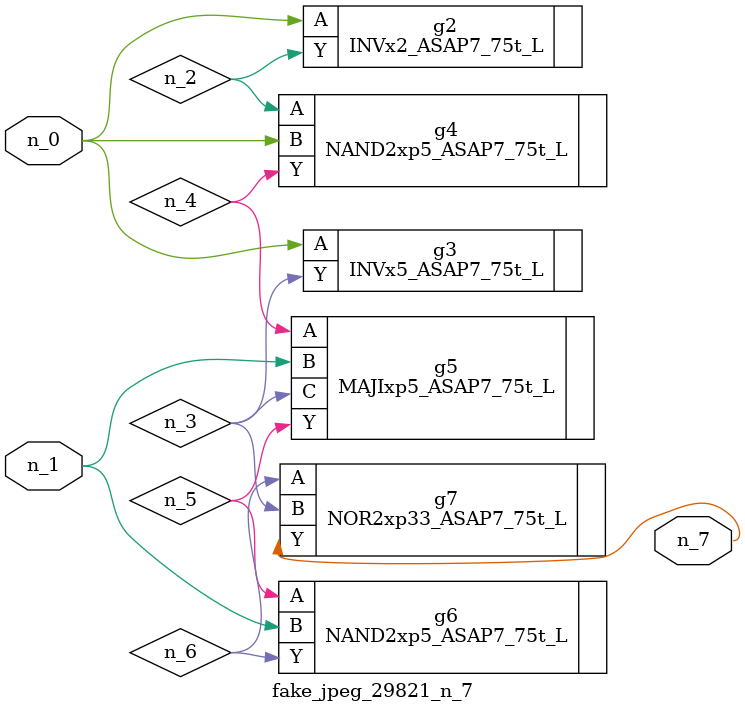
<source format=v>
module fake_jpeg_29821_n_7 (n_0, n_1, n_7);

input n_0;
input n_1;

output n_7;

wire n_3;
wire n_2;
wire n_4;
wire n_6;
wire n_5;

INVx2_ASAP7_75t_L g2 ( 
.A(n_0),
.Y(n_2)
);

INVx5_ASAP7_75t_L g3 ( 
.A(n_0),
.Y(n_3)
);

NAND2xp5_ASAP7_75t_L g4 ( 
.A(n_2),
.B(n_0),
.Y(n_4)
);

MAJIxp5_ASAP7_75t_L g5 ( 
.A(n_4),
.B(n_1),
.C(n_3),
.Y(n_5)
);

NAND2xp5_ASAP7_75t_L g6 ( 
.A(n_5),
.B(n_1),
.Y(n_6)
);

NOR2xp33_ASAP7_75t_L g7 ( 
.A(n_6),
.B(n_3),
.Y(n_7)
);


endmodule
</source>
